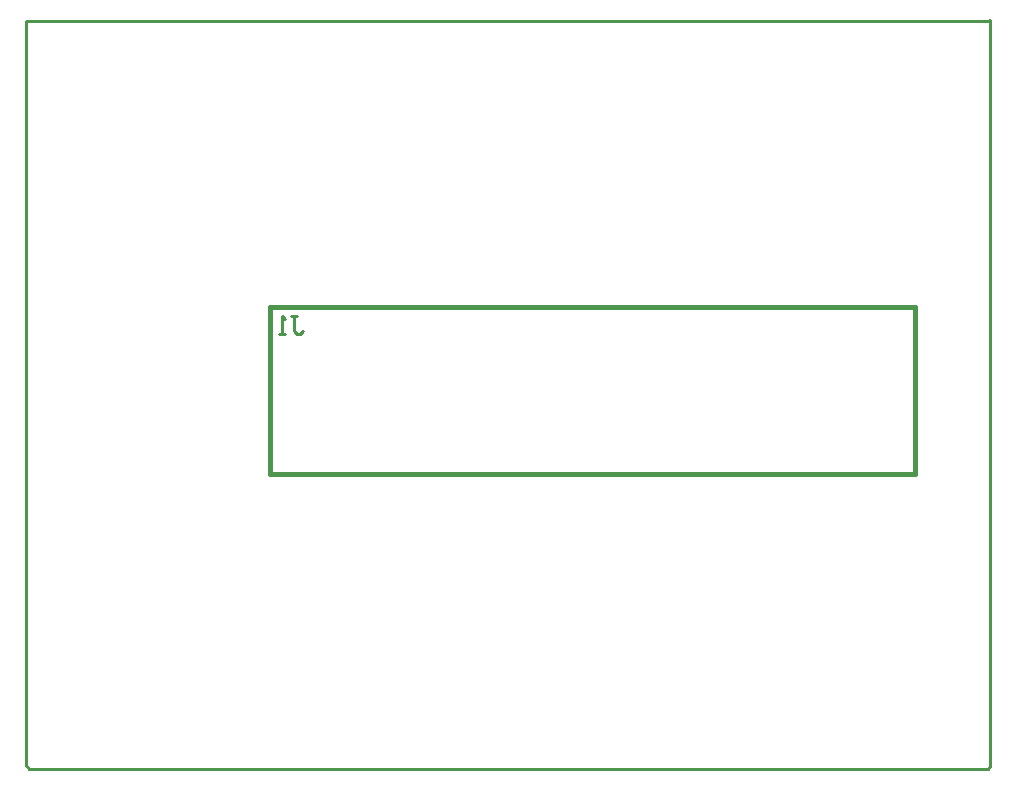
<source format=gbo>
G04 Layer_Color=32896*
%FSLAX44Y44*%
%MOMM*%
G71*
G01*
G75*
%ADD10C,0.2540*%
%ADD18C,0.4000*%
D10*
X2910843Y796285D02*
X2915922D01*
X2913383D01*
Y783589D01*
X2915922Y781050D01*
X2918461D01*
X2921000Y783589D01*
X2905765Y781050D02*
X2900687D01*
X2903226D01*
Y796285D01*
X2905765Y793746D01*
X2686000Y1046000D02*
X3501971D01*
X3502861Y1046889D01*
Y414610D02*
Y1046889D01*
X3501000Y412750D02*
X3502861Y414610D01*
X2689000Y412750D02*
X3501000D01*
X2686000Y415750D02*
X2689000Y412750D01*
X2686000Y415750D02*
Y1046000D01*
D18*
X2893250Y662000D02*
Y804000D01*
Y662000D02*
X3439250D01*
Y804000D01*
X2893250D02*
X3439250D01*
M02*

</source>
